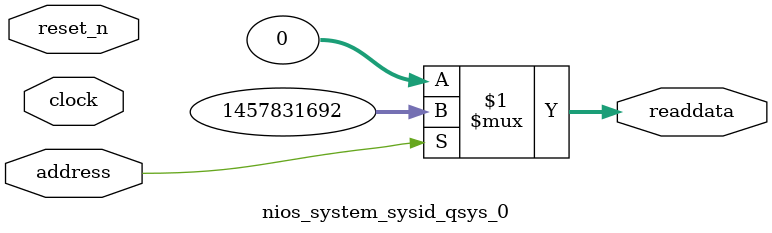
<source format=v>

`timescale 1ns / 1ps
// synthesis translate_on

// turn off superfluous verilog processor warnings 
// altera message_level Level1 
// altera message_off 10034 10035 10036 10037 10230 10240 10030 

module nios_system_sysid_qsys_0 (
               // inputs:
                address,
                clock,
                reset_n,

               // outputs:
                readdata
             )
;

  output  [ 31: 0] readdata;
  input            address;
  input            clock;
  input            reset_n;

  wire    [ 31: 0] readdata;
  //control_slave, which is an e_avalon_slave
  assign readdata = address ? 1457831692 : 0;

endmodule




</source>
